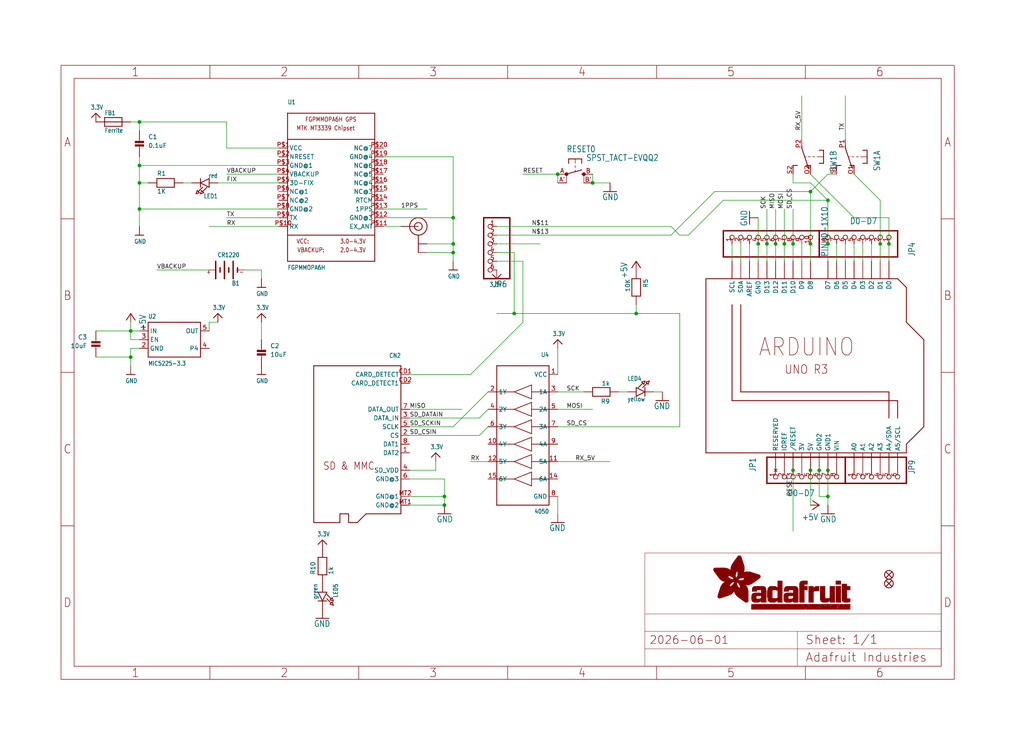
<source format=kicad_sch>
(kicad_sch (version 20230121) (generator eeschema)
  (paper "User" 298.45 217.322)
  (lib_symbols
    (symbol "working-eagle-import:+5V" (power)
      (property "Value" "+5V" (at -2.54 -5.08 90))
      (symbol "+5V_1_0"
        (pin power_in line (at 0 -2.54 90) (length 2.54) (name "+5V") (number "1"))
      )
    )
    (symbol "working-eagle-import:3.3V" (power)
      (property "Value" "3.3V" (at -1.524 3.556 0))
      (symbol "3.3V_1_0"
        (pin power_in line (at 0 0 90) (length 2.54) (name "3.3V") (number "1"))
      )
    )
    (symbol "working-eagle-import:74HC4050D"
      (property "Reference" "U" (at -7.62 22.86 0))
      (symbol "74HC4050D_1_0"
        (pin bidirectional line (at -10.16 17.78 0) (length 2.54) (name "VCC") (number "1"))
        (pin bidirectional line (at 10.16 -2.54 180) (length 2.54) (name "4Y") (number "10"))
        (pin bidirectional line (at -10.16 -7.62 0) (length 2.54) (name "5A") (number "11"))
        (pin bidirectional line (at 10.16 -7.62 180) (length 2.54) (name "5Y") (number "12"))
        (pin bidirectional line (at -10.16 -12.7 0) (length 2.54) (name "6A") (number "14"))
        (pin bidirectional line (at 10.16 -12.7 180) (length 2.54) (name "6Y") (number "15"))
        (pin bidirectional line (at 10.16 12.7 180) (length 2.54) (name "1Y") (number "2"))
        (pin bidirectional line (at -10.16 12.7 0) (length 2.54) (name "1A") (number "3"))
        (pin bidirectional line (at 10.16 7.62 180) (length 2.54) (name "2Y") (number "4"))
        (pin bidirectional line (at -10.16 7.62 0) (length 2.54) (name "2A") (number "5"))
        (pin bidirectional line (at 10.16 2.54 180) (length 2.54) (name "3Y") (number "6"))
        (pin bidirectional line (at -10.16 2.54 0) (length 2.54) (name "3A") (number "7"))
        (pin bidirectional line (at -10.16 -17.78 0) (length 2.54) (name "GND") (number "8"))
        (pin bidirectional line (at -10.16 -2.54 0) (length 2.54) (name "4A") (number "9"))
      )
    )
    (symbol "working-eagle-import:ARDUINOR3-DIMENSION"
      (symbol "ARDUINOR3-DIMENSION_1_0"
        (text "ARDUINO" (at -17.78 2.54 0) (effects (font (size 5.08 4.318)) (justify left bottom)))
        (text "UNO R3" (at -10.16 -2.54 0) (effects (font (size 2.54 2.159)) (justify left bottom)))
        (pin power_in line (at -5.08 -30.48 90) (length 5.08) (name "3V") (number "3V"))
        (pin power_in line (at -2.54 -30.48 90) (length 5.08) (name "5V") (number "5V"))
        (pin bidirectional line (at 10.16 -30.48 90) (length 5.08) (name "A0") (number "A0"))
        (pin bidirectional line (at 12.7 -30.48 90) (length 5.08) (name "A1") (number "A1"))
        (pin bidirectional line (at 15.24 -30.48 90) (length 5.08) (name "A2") (number "A2"))
        (pin bidirectional line (at 17.78 -30.48 90) (length 5.08) (name "A3") (number "A3"))
        (pin bidirectional line (at 20.32 -30.48 90) (length 5.08) (name "A4/SDA") (number "A4"))
        (pin bidirectional line (at 22.86 -30.48 90) (length 5.08) (name "A5/SCL") (number "A5"))
        (pin bidirectional line (at -20.32 30.48 270) (length 5.08) (name "AREF") (number "AREF"))
        (pin bidirectional line (at 20.32 30.48 270) (length 5.08) (name "D0") (number "D0"))
        (pin bidirectional line (at 17.78 30.48 270) (length 5.08) (name "D1") (number "D1"))
        (pin bidirectional line (at -7.62 30.48 270) (length 5.08) (name "D10") (number "D10"))
        (pin bidirectional line (at -10.16 30.48 270) (length 5.08) (name "D11") (number "D11"))
        (pin bidirectional line (at -12.7 30.48 270) (length 5.08) (name "D12") (number "D12"))
        (pin bidirectional line (at -15.24 30.48 270) (length 5.08) (name "D13") (number "D13"))
        (pin bidirectional line (at 15.24 30.48 270) (length 5.08) (name "D2") (number "D2"))
        (pin bidirectional line (at 12.7 30.48 270) (length 5.08) (name "D3") (number "D3"))
        (pin bidirectional line (at 10.16 30.48 270) (length 5.08) (name "D4") (number "D4"))
        (pin bidirectional line (at 7.62 30.48 270) (length 5.08) (name "D5") (number "D5"))
        (pin bidirectional line (at 5.08 30.48 270) (length 5.08) (name "D6") (number "D6"))
        (pin bidirectional line (at 2.54 30.48 270) (length 5.08) (name "D7") (number "D7"))
        (pin bidirectional line (at -2.54 30.48 270) (length 5.08) (name "D8") (number "D8"))
        (pin bidirectional line (at -5.08 30.48 270) (length 5.08) (name "D9") (number "D9"))
        (pin power_in line (at -17.78 30.48 270) (length 5.08) (name "GND") (number "GND"))
        (pin power_in line (at 2.54 -30.48 90) (length 5.08) (name "GND1") (number "GND1"))
        (pin power_in line (at 0 -30.48 90) (length 5.08) (name "GND2") (number "GND2"))
        (pin output line (at -10.16 -30.48 90) (length 5.08) (name "IOREF") (number "IOREF"))
        (pin no_connect line (at -12.7 -30.48 90) (length 5.08) (name "RESERVED") (number "RESERVED"))
        (pin bidirectional line (at -7.62 -30.48 90) (length 5.08) (name "/RESET") (number "RESET"))
        (pin bidirectional line (at -25.4 30.48 270) (length 5.08) (name "SCL") (number "SCL"))
        (pin bidirectional line (at -22.86 30.48 270) (length 5.08) (name "SDA") (number "SDA"))
        (pin power_in line (at 5.08 -30.48 90) (length 5.08) (name "VIN") (number "VIN"))
      )
    )
    (symbol "working-eagle-import:BATTERYCR1220_SMT"
      (property "Reference" "B" (at -3.81 3.175 0))
      (symbol "BATTERYCR1220_SMT_1_0"
        (text "+" (at 4.445 1.27 0) (effects (font (size 1.27 1.0795)) (justify left bottom)))
        (text "-" (at -5.08 1.27 0) (effects (font (size 1.27 1.0795)) (justify left bottom)))
        (pin passive line (at 5.08 0 180) (length 0) (name "+") (number "+$1"))
        (pin passive line (at -5.08 0 0) (length 0) (name "-") (number "-"))
      )
    )
    (symbol "working-eagle-import:CAP_CERAMIC0805"
      (property "Reference" "C" (at 2.54 2.54 0))
      (symbol "CAP_CERAMIC0805_1_0"
        (pin passive line (at 0 5.08 270) (length 2.54) (name "P$1") (number "1"))
        (pin passive line (at 0 -2.54 90) (length 2.54) (name "P$2") (number "2"))
      )
    )
    (symbol "working-eagle-import:DPDT-EG1390"
      (property "Reference" "SW" (at -8.255 -1.905 90))
      (symbol "DPDT-EG1390_1_0"
        (pin passive line (at -2.54 5.08 270) (length 2.54) (name "O") (number "O1"))
        (pin passive line (at 0 -5.08 90) (length 2.54) (name "P") (number "P1"))
        (pin passive line (at 2.54 5.08 270) (length 2.54) (name "S") (number "S1"))
      )
      (symbol "DPDT-EG1390_2_0"
        (pin passive line (at -2.54 5.08 270) (length 2.54) (name "O") (number "O2"))
        (pin passive line (at 0 -5.08 90) (length 2.54) (name "P") (number "P2"))
        (pin passive line (at 2.54 5.08 270) (length 2.54) (name "S") (number "S2"))
      )
    )
    (symbol "working-eagle-import:FERRITE0805"
      (property "Reference" "FB" (at -2.54 1.905 0))
      (symbol "FERRITE0805_1_0"
        (pin bidirectional line (at -5.08 0 0) (length 2.54) (name "P$1") (number "1"))
        (pin bidirectional line (at 5.08 0 180) (length 2.54) (name "P$2") (number "2"))
      )
    )
    (symbol "working-eagle-import:FIDUCIAL{dblquote}{dblquote}")
    (symbol "working-eagle-import:FRAME_A4_ADAFRUIT"
      (symbol "FRAME_A4_ADAFRUIT_1_0"
        (text "${#}/${##}" (at 230.505 10.16 0) (effects (font (size 2.54 2.54)) (justify left bottom)))
        (text "${CURRENT_DATE}" (at 171.45 10.16 0) (effects (font (size 2.286 2.286)) (justify left bottom)))
        (text "${PROJECTNAME}" (at 171.45 15.24 0) (effects (font (size 2.54 2.54)) (justify left bottom)))
        (text "1" (at 21.6958 1.905 0) (effects (font (size 2.54 2.286))))
        (text "1" (at 21.6958 177.165 0) (effects (font (size 2.54 2.286))))
        (text "2" (at 65.0875 1.905 0) (effects (font (size 2.54 2.286))))
        (text "2" (at 65.0875 177.165 0) (effects (font (size 2.54 2.286))))
        (text "3" (at 108.4792 1.905 0) (effects (font (size 2.54 2.286))))
        (text "3" (at 108.4792 177.165 0) (effects (font (size 2.54 2.286))))
        (text "4" (at 151.8708 1.905 0) (effects (font (size 2.54 2.286))))
        (text "4" (at 151.8708 177.165 0) (effects (font (size 2.54 2.286))))
        (text "5" (at 195.2625 1.905 0) (effects (font (size 2.54 2.286))))
        (text "5" (at 195.2625 177.165 0) (effects (font (size 2.54 2.286))))
        (text "6" (at 238.6542 1.905 0) (effects (font (size 2.54 2.286))))
        (text "6" (at 238.6542 177.165 0) (effects (font (size 2.54 2.286))))
        (text "A" (at 1.905 156.6863 0) (effects (font (size 2.54 2.286))))
        (text "A" (at 258.445 156.6863 0) (effects (font (size 2.54 2.286))))
        (text "Adafruit Industries" (at 216.916 4.953 0) (effects (font (size 2.54 2.54)) (justify left bottom)))
        (text "B" (at 1.905 111.9188 0) (effects (font (size 2.54 2.286))))
        (text "B" (at 258.445 111.9188 0) (effects (font (size 2.54 2.286))))
        (text "C" (at 1.905 67.1513 0) (effects (font (size 2.54 2.286))))
        (text "C" (at 258.445 67.1513 0) (effects (font (size 2.54 2.286))))
        (text "D" (at 1.905 22.3838 0) (effects (font (size 2.54 2.286))))
        (text "D" (at 258.445 22.3838 0) (effects (font (size 2.54 2.286))))
        (text "Sheet:" (at 216.916 10.033 0) (effects (font (size 2.54 2.54)) (justify left bottom)))
      )
    )
    (symbol "working-eagle-import:GND" (power)
      (property "Value" "GND" (at -1.524 -2.54 0))
      (symbol "GND_1_0"
        (pin power_in line (at 0 2.54 270) (length 2.54) (name "GND") (number "1"))
      )
    )
    (symbol "working-eagle-import:GPS_FGPMMOPA6H"
      (property "Reference" "U" (at -12.7 22.86 0))
      (symbol "GPS_FGPMMOPA6H_1_0"
        (text "2.0-4.3V" (at 2.54 -20.32 0) (effects (font (size 1.27 1.0795)) (justify left bottom)))
        (text "3.0-4.3V" (at 2.54 -17.78 0) (effects (font (size 1.27 1.0795)) (justify left bottom)))
        (text "FGPMMOPA6H GPS" (at -7.62 17.78 0) (effects (font (size 1.27 1.0795)) (justify left bottom)))
        (text "MTK MT3339 Chipset" (at -10.16 15.24 0) (effects (font (size 1.27 1.0795)) (justify left bottom)))
        (text "VBACKUP:" (at -9.906 -20.32 0) (effects (font (size 1.27 1.0795)) (justify left bottom)))
        (text "VCC:" (at -10.16 -17.78 0) (effects (font (size 1.27 1.0795)) (justify left bottom)))
        (pin bidirectional line (at -15.24 10.16 0) (length 2.54) (name "VCC") (number "P$1"))
        (pin bidirectional line (at -15.24 -12.7 0) (length 2.54) (name "RX") (number "P$10"))
        (pin bidirectional line (at 15.24 -12.7 180) (length 2.54) (name "EX_ANT") (number "P$11"))
        (pin bidirectional line (at 15.24 -10.16 180) (length 2.54) (name "GND@3") (number "P$12"))
        (pin bidirectional line (at 15.24 -7.62 180) (length 2.54) (name "1PPS") (number "P$13"))
        (pin bidirectional line (at 15.24 -5.08 180) (length 2.54) (name "RTCM") (number "P$14"))
        (pin bidirectional line (at 15.24 -2.54 180) (length 2.54) (name "NC@3") (number "P$15"))
        (pin bidirectional line (at 15.24 0 180) (length 2.54) (name "NC@4") (number "P$16"))
        (pin bidirectional line (at 15.24 2.54 180) (length 2.54) (name "NC@5") (number "P$17"))
        (pin bidirectional line (at 15.24 5.08 180) (length 2.54) (name "NC@6") (number "P$18"))
        (pin bidirectional line (at 15.24 7.62 180) (length 2.54) (name "GND@4") (number "P$19"))
        (pin bidirectional line (at -15.24 7.62 0) (length 2.54) (name "NRESET") (number "P$2"))
        (pin bidirectional line (at 15.24 10.16 180) (length 2.54) (name "NC@7") (number "P$20"))
        (pin bidirectional line (at -15.24 5.08 0) (length 2.54) (name "GND@1") (number "P$3"))
        (pin bidirectional line (at -15.24 2.54 0) (length 2.54) (name "VBACKUP") (number "P$4"))
        (pin bidirectional line (at -15.24 0 0) (length 2.54) (name "3D-FIX") (number "P$5"))
        (pin bidirectional line (at -15.24 -2.54 0) (length 2.54) (name "NC@1") (number "P$6"))
        (pin bidirectional line (at -15.24 -5.08 0) (length 2.54) (name "NC@2") (number "P$7"))
        (pin bidirectional line (at -15.24 -7.62 0) (length 2.54) (name "GND@2") (number "P$8"))
        (pin bidirectional line (at -15.24 -10.16 0) (length 2.54) (name "TX") (number "P$9"))
      )
    )
    (symbol "working-eagle-import:LED0805"
      (property "Reference" "LED" (at -5.08 3.175 0))
      (symbol "LED0805_1_0"
        (pin passive line (at -5.08 0 0) (length 2.54) (name "A") (number "A"))
        (pin passive line (at 2.54 0 180) (length 2.54) (name "C") (number "C"))
      )
    )
    (symbol "working-eagle-import:MICROSD"
      (property "Reference" "CN" (at -12.7 22.606 0))
      (symbol "MICROSD_1_0"
        (text "SD & MMC" (at -5.08 -10.16 0) (effects (font (size 2.1844 1.8567)) (justify left bottom)))
        (pin bidirectional line (at -15.24 -5.08 0) (length 2.54) (name "DAT2") (number "1"))
        (pin input line (at -15.24 0 0) (length 2.54) (name "CS") (number "2"))
        (pin input line (at -15.24 5.08 0) (length 2.54) (name "DATA_IN") (number "3"))
        (pin power_in line (at -15.24 -10.16 0) (length 2.54) (name "SD_VDD") (number "4"))
        (pin input line (at -15.24 2.54 0) (length 2.54) (name "SCLK") (number "5"))
        (pin power_in line (at -15.24 -12.7 0) (length 2.54) (name "GND@3") (number "6"))
        (pin output line (at -15.24 7.62 0) (length 2.54) (name "DATA_OUT") (number "7"))
        (pin bidirectional line (at -15.24 -2.54 0) (length 2.54) (name "DAT1") (number "8"))
        (pin passive line (at -15.24 17.78 0) (length 2.54) (name "CARD_DETECT") (number "CD1"))
        (pin passive line (at -15.24 15.24 0) (length 2.54) (name "CARD_DETECT1") (number "CD2"))
        (pin power_in line (at -15.24 -20.32 0) (length 2.54) (name "GND@2") (number "MT1"))
        (pin power_in line (at -15.24 -17.78 0) (length 2.54) (name "GND@1") (number "MT2"))
      )
    )
    (symbol "working-eagle-import:PINHD-1X10"
      (symbol "PINHD-1X10_1_0"
        (pin passive inverted (at -2.54 10.16 0) (length 2.54) (name "1") (number "1"))
        (pin passive inverted (at -2.54 -12.7 0) (length 2.54) (name "10") (number "10"))
        (pin passive inverted (at -2.54 7.62 0) (length 2.54) (name "2") (number "2"))
        (pin passive inverted (at -2.54 5.08 0) (length 2.54) (name "3") (number "3"))
        (pin passive inverted (at -2.54 2.54 0) (length 2.54) (name "4") (number "4"))
        (pin passive inverted (at -2.54 0 0) (length 2.54) (name "5") (number "5"))
        (pin passive inverted (at -2.54 -2.54 0) (length 2.54) (name "6") (number "6"))
        (pin passive inverted (at -2.54 -5.08 0) (length 2.54) (name "7") (number "7"))
        (pin passive inverted (at -2.54 -7.62 0) (length 2.54) (name "8") (number "8"))
        (pin passive inverted (at -2.54 -10.16 0) (length 2.54) (name "9") (number "9"))
      )
    )
    (symbol "working-eagle-import:PINHD-1X6B"
      (property "Reference" "JP" (at -6.35 10.795 0))
      (symbol "PINHD-1X6B_1_0"
        (pin passive inverted (at -2.54 7.62 0) (length 2.54) (name "1") (number "1"))
        (pin passive inverted (at -2.54 5.08 0) (length 2.54) (name "2") (number "2"))
        (pin passive inverted (at -2.54 2.54 0) (length 2.54) (name "3") (number "3"))
        (pin passive inverted (at -2.54 0 0) (length 2.54) (name "4") (number "4"))
        (pin passive inverted (at -2.54 -2.54 0) (length 2.54) (name "5") (number "5"))
        (pin passive inverted (at -2.54 -5.08 0) (length 2.54) (name "6") (number "6"))
      )
    )
    (symbol "working-eagle-import:PINHD-1X8BIG"
      (property "Reference" "JP" (at -6.35 10.795 0))
      (symbol "PINHD-1X8BIG_1_0"
        (pin passive inverted (at -2.54 7.62 0) (length 2.54) (name "1") (number "1"))
        (pin passive inverted (at -2.54 5.08 0) (length 2.54) (name "2") (number "2"))
        (pin passive inverted (at -2.54 2.54 0) (length 2.54) (name "3") (number "3"))
        (pin passive inverted (at -2.54 0 0) (length 2.54) (name "4") (number "4"))
        (pin passive inverted (at -2.54 -2.54 0) (length 2.54) (name "5") (number "5"))
        (pin passive inverted (at -2.54 -5.08 0) (length 2.54) (name "6") (number "6"))
        (pin passive inverted (at -2.54 -7.62 0) (length 2.54) (name "7") (number "7"))
        (pin passive inverted (at -2.54 -10.16 0) (length 2.54) (name "8") (number "8"))
      )
    )
    (symbol "working-eagle-import:RESISTOR0805"
      (property "Reference" "R" (at -2.54 2.032 0))
      (symbol "RESISTOR0805_1_0"
        (pin passive line (at -5.08 0 0) (length 2.54) (name "1") (number "1"))
        (pin passive line (at 5.08 0 180) (length 2.54) (name "2") (number "2"))
      )
    )
    (symbol "working-eagle-import:SPST_TACT-EVQQ2"
      (property "Reference" "SW" (at -6.35 -2.54 90))
      (symbol "SPST_TACT-EVQQ2_1_0"
        (pin passive line (at 0 -5.08 90) (length 2.54) (name "P") (number "A"))
        (pin passive line (at 2.54 -5.08 90) (length 2.54) (name "P1") (number "A'"))
        (pin passive line (at 0 5.08 270) (length 2.54) (name "S") (number "B"))
        (pin passive line (at 2.54 5.08 270) (length 2.54) (name "S1") (number "B'"))
      )
    )
    (symbol "working-eagle-import:U.FL"
      (symbol "U.FL_1_0"
        (pin bidirectional line (at -2.54 -5.08 0) (length 2.54) (name "GND@0") (number "P$1"))
        (pin bidirectional line (at -2.54 -7.62 0) (length 2.54) (name "GND@1") (number "P$2"))
        (pin bidirectional line (at 5.08 0 180) (length 5.08) (name "SIGNAL") (number "P$3"))
      )
    )
    (symbol "working-eagle-import:VREG_SOT23-5"
      (property "Reference" "U" (at -7.62 6.096 0))
      (symbol "VREG_SOT23-5_1_0"
        (pin bidirectional line (at -10.16 2.54 0) (length 2.54) (name "IN") (number "1"))
        (pin bidirectional line (at -10.16 -2.54 0) (length 2.54) (name "GND") (number "2"))
        (pin bidirectional line (at -10.16 0 0) (length 2.54) (name "EN") (number "3"))
        (pin bidirectional line (at 10.16 -2.54 180) (length 2.54) (name "P4") (number "4"))
        (pin bidirectional line (at 10.16 2.54 180) (length 2.54) (name "OUT") (number "5"))
      )
    )
    (symbol "working-eagle-import:supply1_GND" (power)
      (property "Value" "supply1_GND" (at -2.54 -2.54 0))
      (symbol "supply1_GND_1_0"
        (pin power_in line (at 0 2.54 270) (length 2.54) (name "GND") (number "1"))
      )
    )
  )
  (junction (at 129.54 144.78))
  (junction (at 132.08 71.12))
  (junction (at 40.64 53.34))
  (junction (at 132.08 63.5))
  (junction (at 226.06 71.12))
  (junction (at 231.14 71.12))
  (junction (at 220.98 71.12))
  (junction (at 149.86 91.44))
  (junction (at 236.22 55.88))
  (junction (at 40.64 48.26))
  (junction (at 40.64 60.96))
  (junction (at 241.3 71.12))
  (junction (at 162.56 50.8))
  (junction (at 185.42 91.44))
  (junction (at 236.22 137.16))
  (junction (at 38.1 104.14))
  (junction (at 40.64 35.56))
  (junction (at 236.22 71.12))
  (junction (at 241.3 144.78))
  (junction (at 241.3 137.16))
  (junction (at 259.08 71.12))
  (junction (at 256.54 71.12))
  (junction (at 38.1 96.52))
  (junction (at 231.14 137.16))
  (junction (at 238.76 137.16))
  (junction (at 241.3 58.42))
  (junction (at 129.54 147.32))
  (junction (at 132.08 73.66))
  (junction (at 172.72 53.34))
  (junction (at 223.52 71.12))
  (junction (at 228.6 71.12))
  (wire (pts (xy 223.52 71.12) (xy 223.52 76.2)) (stroke (width 0.1524)))
  (wire (pts (xy 119.38 121.92) (xy 139.7 121.92)) (stroke (width 0.1524)))
  (wire (pts (xy 228.6 71.12) (xy 228.6 76.2)) (stroke (width 0.1524)))
  (wire (pts (xy 195.58 66.04) (xy 198.12 68.58)) (stroke (width 0.1524)))
  (wire (pts (xy 231.14 137.16) (xy 231.14 154.94)) (stroke (width 0.1524)))
  (wire (pts (xy 185.42 91.44) (xy 149.86 91.44)) (stroke (width 0.1524)))
  (wire (pts (xy 40.64 35.56) (xy 38.1 35.56)) (stroke (width 0.1524)))
  (wire (pts (xy 76.2 93.98) (xy 76.2 99.06)) (stroke (width 0.1524)))
  (wire (pts (xy 200.66 68.58) (xy 210.82 58.42)) (stroke (width 0.1524)))
  (wire (pts (xy 76.2 78.74) (xy 76.2 81.28)) (stroke (width 0.1524)))
  (wire (pts (xy 259.08 63.5) (xy 259.08 71.12)) (stroke (width 0.1524)))
  (wire (pts (xy 256.54 58.42) (xy 256.54 71.12)) (stroke (width 0.1524)))
  (wire (pts (xy 152.4 93.98) (xy 152.4 76.2)) (stroke (width 0.1524)))
  (wire (pts (xy 251.46 71.12) (xy 251.46 76.2)) (stroke (width 0.1524)))
  (wire (pts (xy 119.38 109.22) (xy 137.16 109.22)) (stroke (width 0.1524)))
  (wire (pts (xy 139.7 127) (xy 142.24 124.46)) (stroke (width 0.1524)))
  (wire (pts (xy 198.12 91.44) (xy 185.42 91.44)) (stroke (width 0.1524)))
  (wire (pts (xy 241.3 144.78) (xy 241.3 147.32)) (stroke (width 0.1524)))
  (wire (pts (xy 60.96 93.98) (xy 63.5 93.98)) (stroke (width 0.1524)))
  (wire (pts (xy 38.1 96.52) (xy 38.1 99.06)) (stroke (width 0.1524)))
  (wire (pts (xy 236.22 55.88) (xy 236.22 71.12)) (stroke (width 0.1524)))
  (wire (pts (xy 127 137.16) (xy 119.38 137.16)) (stroke (width 0.1524)))
  (wire (pts (xy 40.64 45.72) (xy 40.64 48.26)) (stroke (width 0.1524)))
  (wire (pts (xy 55.88 53.34) (xy 53.34 53.34)) (stroke (width 0.1524)))
  (wire (pts (xy 132.08 73.66) (xy 132.08 76.2)) (stroke (width 0.1524)))
  (wire (pts (xy 81.28 66.04) (xy 60.96 66.04)) (stroke (width 0.1524)))
  (wire (pts (xy 256.54 71.12) (xy 256.54 76.2)) (stroke (width 0.1524)))
  (wire (pts (xy 162.56 124.46) (xy 198.12 124.46)) (stroke (width 0.1524)))
  (wire (pts (xy 241.3 50.8) (xy 236.22 55.88)) (stroke (width 0.1524)))
  (wire (pts (xy 238.76 144.78) (xy 241.3 144.78)) (stroke (width 0.1524)))
  (wire (pts (xy 38.1 96.52) (xy 27.94 96.52)) (stroke (width 0.1524)))
  (wire (pts (xy 40.64 99.06) (xy 38.1 99.06)) (stroke (width 0.1524)))
  (wire (pts (xy 172.72 53.34) (xy 177.8 53.34)) (stroke (width 0.1524)))
  (wire (pts (xy 231.14 50.8) (xy 231.14 53.34)) (stroke (width 0.1524)))
  (wire (pts (xy 81.28 63.5) (xy 66.04 63.5)) (stroke (width 0.1524)))
  (wire (pts (xy 40.64 60.96) (xy 40.64 66.04)) (stroke (width 0.1524)))
  (wire (pts (xy 220.98 71.12) (xy 220.98 63.5)) (stroke (width 0.1524)))
  (wire (pts (xy 132.08 124.46) (xy 119.38 124.46)) (stroke (width 0.1524)))
  (wire (pts (xy 238.76 144.78) (xy 238.76 137.16)) (stroke (width 0.1524)))
  (wire (pts (xy 233.68 40.64) (xy 233.68 27.94)) (stroke (width 0.1524)))
  (wire (pts (xy 241.3 58.42) (xy 241.3 71.12)) (stroke (width 0.1524)))
  (wire (pts (xy 132.08 63.5) (xy 132.08 71.12)) (stroke (width 0.1524)))
  (wire (pts (xy 142.24 134.62) (xy 137.16 134.62)) (stroke (width 0.1524)))
  (wire (pts (xy 243.84 50.8) (xy 241.3 50.8)) (stroke (width 0.1524)))
  (wire (pts (xy 185.42 88.9) (xy 185.42 91.44)) (stroke (width 0.1524)))
  (wire (pts (xy 246.38 40.64) (xy 246.38 27.94)) (stroke (width 0.1524)))
  (wire (pts (xy 231.14 53.34) (xy 236.22 53.34)) (stroke (width 0.1524)))
  (wire (pts (xy 213.36 71.12) (xy 213.36 76.2)) (stroke (width 0.1524)))
  (wire (pts (xy 40.64 38.1) (xy 40.64 35.56)) (stroke (width 0.1524)))
  (wire (pts (xy 162.56 149.86) (xy 162.56 144.78)) (stroke (width 0.1524)))
  (wire (pts (xy 162.56 114.3) (xy 170.18 114.3)) (stroke (width 0.1524)))
  (wire (pts (xy 60.96 78.74) (xy 45.72 78.74)) (stroke (width 0.1524)))
  (wire (pts (xy 40.64 101.6) (xy 38.1 101.6)) (stroke (width 0.1524)))
  (wire (pts (xy 139.7 121.92) (xy 142.24 119.38)) (stroke (width 0.1524)))
  (wire (pts (xy 38.1 101.6) (xy 38.1 104.14)) (stroke (width 0.1524)))
  (wire (pts (xy 254 71.12) (xy 254 76.2)) (stroke (width 0.1524)))
  (wire (pts (xy 111.76 60.96) (xy 124.46 60.96)) (stroke (width 0.1524)))
  (wire (pts (xy 259.08 71.12) (xy 259.08 76.2)) (stroke (width 0.1524)))
  (wire (pts (xy 248.92 71.12) (xy 248.92 76.2)) (stroke (width 0.1524)))
  (wire (pts (xy 81.28 53.34) (xy 63.5 53.34)) (stroke (width 0.1524)))
  (wire (pts (xy 111.76 45.72) (xy 132.08 45.72)) (stroke (width 0.1524)))
  (wire (pts (xy 149.86 73.66) (xy 149.86 91.44)) (stroke (width 0.1524)))
  (wire (pts (xy 226.06 71.12) (xy 226.06 76.2)) (stroke (width 0.1524)))
  (wire (pts (xy 241.3 71.12) (xy 241.3 76.2)) (stroke (width 0.1524)))
  (wire (pts (xy 228.6 60.96) (xy 228.6 71.12)) (stroke (width 0.1524)))
  (wire (pts (xy 66.04 43.18) (xy 66.04 35.56)) (stroke (width 0.1524)))
  (wire (pts (xy 236.22 53.34) (xy 241.3 58.42)) (stroke (width 0.1524)))
  (wire (pts (xy 231.14 71.12) (xy 231.14 60.96)) (stroke (width 0.1524)))
  (wire (pts (xy 144.78 66.04) (xy 195.58 66.04)) (stroke (width 0.1524)))
  (wire (pts (xy 246.38 71.12) (xy 246.38 76.2)) (stroke (width 0.1524)))
  (wire (pts (xy 43.18 53.34) (xy 40.64 53.34)) (stroke (width 0.1524)))
  (wire (pts (xy 162.56 134.62) (xy 177.8 134.62)) (stroke (width 0.1524)))
  (wire (pts (xy 144.78 71.12) (xy 157.48 71.12)) (stroke (width 0.1524)))
  (wire (pts (xy 236.22 50.8) (xy 248.92 63.5)) (stroke (width 0.1524)))
  (wire (pts (xy 40.64 35.56) (xy 66.04 35.56)) (stroke (width 0.1524)))
  (wire (pts (xy 162.56 101.6) (xy 162.56 109.22)) (stroke (width 0.1524)))
  (wire (pts (xy 119.38 147.32) (xy 129.54 147.32)) (stroke (width 0.1524)))
  (wire (pts (xy 226.06 60.96) (xy 226.06 71.12)) (stroke (width 0.1524)))
  (wire (pts (xy 172.72 50.8) (xy 172.72 53.34)) (stroke (width 0.1524)))
  (wire (pts (xy 81.28 48.26) (xy 40.64 48.26)) (stroke (width 0.1524)))
  (wire (pts (xy 119.38 127) (xy 139.7 127)) (stroke (width 0.1524)))
  (wire (pts (xy 231.14 71.12) (xy 231.14 76.2)) (stroke (width 0.1524)))
  (wire (pts (xy 111.76 66.04) (xy 116.84 66.04)) (stroke (width 0.1524)))
  (wire (pts (xy 162.56 119.38) (xy 172.72 119.38)) (stroke (width 0.1524)))
  (wire (pts (xy 129.54 139.7) (xy 129.54 144.78)) (stroke (width 0.1524)))
  (wire (pts (xy 81.28 60.96) (xy 40.64 60.96)) (stroke (width 0.1524)))
  (wire (pts (xy 81.28 43.18) (xy 66.04 43.18)) (stroke (width 0.1524)))
  (wire (pts (xy 129.54 144.78) (xy 119.38 144.78)) (stroke (width 0.1524)))
  (wire (pts (xy 129.54 147.32) (xy 129.54 144.78)) (stroke (width 0.1524)))
  (wire (pts (xy 162.56 53.34) (xy 162.56 50.8)) (stroke (width 0.1524)))
  (wire (pts (xy 180.34 114.3) (xy 182.88 114.3)) (stroke (width 0.1524)))
  (wire (pts (xy 152.4 50.8) (xy 162.56 50.8)) (stroke (width 0.1524)))
  (wire (pts (xy 241.3 144.78) (xy 241.3 137.16)) (stroke (width 0.1524)))
  (wire (pts (xy 218.44 71.12) (xy 218.44 76.2)) (stroke (width 0.1524)))
  (wire (pts (xy 233.68 71.12) (xy 233.68 76.2)) (stroke (width 0.1524)))
  (wire (pts (xy 137.16 109.22) (xy 152.4 93.98)) (stroke (width 0.1524)))
  (wire (pts (xy 248.92 63.5) (xy 259.08 63.5)) (stroke (width 0.1524)))
  (wire (pts (xy 40.64 53.34) (xy 40.64 60.96)) (stroke (width 0.1524)))
  (wire (pts (xy 40.64 48.26) (xy 40.64 53.34)) (stroke (width 0.1524)))
  (wire (pts (xy 38.1 104.14) (xy 38.1 106.68)) (stroke (width 0.1524)))
  (wire (pts (xy 195.58 68.58) (xy 144.78 68.58)) (stroke (width 0.1524)))
  (wire (pts (xy 220.98 71.12) (xy 220.98 76.2)) (stroke (width 0.1524)))
  (wire (pts (xy 195.58 68.58) (xy 208.28 55.88)) (stroke (width 0.1524)))
  (wire (pts (xy 190.5 114.3) (xy 193.04 114.3)) (stroke (width 0.1524)))
  (wire (pts (xy 149.86 91.44) (xy 144.78 91.44)) (stroke (width 0.1524)))
  (wire (pts (xy 215.9 71.12) (xy 215.9 76.2)) (stroke (width 0.1524)))
  (wire (pts (xy 40.64 96.52) (xy 38.1 96.52)) (stroke (width 0.1524)))
  (wire (pts (xy 132.08 45.72) (xy 132.08 63.5)) (stroke (width 0.1524)))
  (wire (pts (xy 132.08 71.12) (xy 132.08 73.66)) (stroke (width 0.1524)))
  (wire (pts (xy 71.12 78.74) (xy 76.2 78.74)) (stroke (width 0.1524)))
  (wire (pts (xy 198.12 124.46) (xy 198.12 91.44)) (stroke (width 0.1524)))
  (wire (pts (xy 210.82 58.42) (xy 241.3 58.42)) (stroke (width 0.1524)))
  (wire (pts (xy 27.94 104.14) (xy 38.1 104.14)) (stroke (width 0.1524)))
  (wire (pts (xy 198.12 68.58) (xy 200.66 68.58)) (stroke (width 0.1524)))
  (wire (pts (xy 144.78 76.2) (xy 152.4 76.2)) (stroke (width 0.1524)))
  (wire (pts (xy 124.46 71.12) (xy 132.08 71.12)) (stroke (width 0.1524)))
  (wire (pts (xy 208.28 55.88) (xy 236.22 55.88)) (stroke (width 0.1524)))
  (wire (pts (xy 149.86 73.66) (xy 144.78 73.66)) (stroke (width 0.1524)))
  (wire (pts (xy 236.22 71.12) (xy 236.22 76.2)) (stroke (width 0.1524)))
  (wire (pts (xy 243.84 71.12) (xy 243.84 76.2)) (stroke (width 0.1524)))
  (wire (pts (xy 132.08 124.46) (xy 142.24 114.3)) (stroke (width 0.1524)))
  (wire (pts (xy 127 134.62) (xy 127 137.16)) (stroke (width 0.1524)))
  (wire (pts (xy 124.46 73.66) (xy 132.08 73.66)) (stroke (width 0.1524)))
  (wire (pts (xy 111.76 63.5) (xy 132.08 63.5)) (stroke (width 0.1524)))
  (wire (pts (xy 38.1 96.52) (xy 38.1 93.98)) (stroke (width 0.1524)))
  (wire (pts (xy 236.22 147.32) (xy 236.22 137.16)) (stroke (width 0.1524)))
  (wire (pts (xy 119.38 139.7) (xy 129.54 139.7)) (stroke (width 0.1524)))
  (wire (pts (xy 223.52 71.12) (xy 223.52 60.96)) (stroke (width 0.1524)))
  (wire (pts (xy 248.92 50.8) (xy 256.54 58.42)) (stroke (width 0.1524)))
  (wire (pts (xy 119.38 119.38) (xy 134.62 119.38)) (stroke (width 0.1524)))
  (wire (pts (xy 60.96 96.52) (xy 60.96 93.98)) (stroke (width 0.1524)))
  (wire (pts (xy 81.28 50.8) (xy 66.04 50.8)) (stroke (width 0.1524)))
  (label "SCK" (at 223.52 60.96 90) (effects (font (size 1.2446 1.2446))))
  (label "MOSI" (at 228.6 60.96 90) (effects (font (size 1.2446 1.2446))))
  (label "RESET" (at 231.14 144.78 90) (effects (font (size 1.2446 1.2446))))
  (label "MISO" (at 119.38 119.38 0) (effects (font (size 1.2446 1.2446))))
  (label "SD_CS" (at 165.1 124.46 0) (effects (font (size 1.2446 1.2446))))
  (label "SD_DATAIN" (at 119.38 121.92 0) (effects (font (size 1.2446 1.2446))))
  (label "VBACKUP" (at 45.72 78.74 0) (effects (font (size 1.2446 1.2446))))
  (label "RX" (at 137.16 134.62 0) (effects (font (size 1.2446 1.2446))))
  (label "SCK" (at 165.1 114.3 0) (effects (font (size 1.2446 1.2446))))
  (label "TX" (at 66.04 63.5 0) (effects (font (size 1.2446 1.2446))))
  (label "RX_5V" (at 167.64 134.62 0) (effects (font (size 1.2446 1.2446))))
  (label "SD_CSIN" (at 119.38 127 0) (effects (font (size 1.2446 1.2446))))
  (label "N$11" (at 154.94 66.04 0) (effects (font (size 1.2446 1.2446))))
  (label "FIX" (at 66.04 53.34 0) (effects (font (size 1.2446 1.2446))))
  (label "MISO" (at 226.06 60.96 90) (effects (font (size 1.2446 1.2446))))
  (label "N$13" (at 154.94 68.58 0) (effects (font (size 1.2446 1.2446))))
  (label "VBACKUP" (at 66.04 50.8 0) (effects (font (size 1.2446 1.2446))))
  (label "1PPS" (at 116.84 60.96 0) (effects (font (size 1.2446 1.2446))))
  (label "SD_CS" (at 231.14 60.96 90) (effects (font (size 1.2446 1.2446))))
  (label "RESET" (at 152.4 50.8 0) (effects (font (size 1.2446 1.2446))))
  (label "TX" (at 246.38 38.1 90) (effects (font (size 1.2446 1.2446))))
  (label "MOSI" (at 165.1 119.38 0) (effects (font (size 1.2446 1.2446))))
  (label "RX_5V" (at 233.68 38.1 90) (effects (font (size 1.2446 1.2446))))
  (label "SD_SCKIN" (at 119.38 124.46 0) (effects (font (size 1.2446 1.2446))))
  (label "RX" (at 66.04 66.04 0) (effects (font (size 1.2446 1.2446))))
  (symbol (lib_id "working-eagle-import:PINHD-1X6B") (at 256.54 139.7 90) (mirror x) (unit 1)
    (property "Reference" "JP9" (at 264.795 138.43 0) (effects (font (size 1.778 1.5113)) (justify right top)))
    (property "Value" "PINHD-1X6B" (effects hide))
    (property "Footprint" "working:1X06-BIG" (effects hide))
  )
  (symbol (lib_id "working-eagle-import:PINHD-1X6B") (at 142.24 73.66 0) (mirror y) (unit 1)
    (property "Reference" "JP6" (at 143.51 81.915 0) (effects (font (size 1.778 1.5113)) (justify right top)))
    (property "Value" "PINHD-1X6B" (effects hide))
    (property "Footprint" "working:1X06-BIG" (effects hide))
  )
  (symbol (lib_id "working-eagle-import:VREG_SOT23-5") (at 50.8 99.06 0) (unit 1)
    (property "Reference" "U2" (at 43.18 92.964 0) (effects (font (size 1.27 1.0795)) (justify left bottom)))
    (property "Value" "MIC5225-3.3" (at 43.18 106.68 0) (effects (font (size 1.27 1.0795)) (justify left bottom)))
    (property "Footprint" "working:SOT23-5" (effects hide))
  )
  (symbol (lib_id "working-eagle-import:supply1_GND") (at 93.98 180.34 0) (unit 1)
    (property "Reference" "#GND4" (effects hide))
    (property "Value" "GND" (at 91.44 182.88 0) (effects (font (size 1.778 1.5113)) (justify left bottom)))
  )
  (symbol (lib_id "working-eagle-import:LED0805") (at 93.98 175.26 270) (unit 1)
    (property "Reference" "LED5" (at 97.155 170.18 0) (effects (font (size 1.27 1.0795)) (justify left bottom)))
    (property "Value" "green" (at 91.186 170.18 0) (effects (font (size 1.27 1.0795)) (justify left bottom)))
    (property "Footprint" "working:CHIPLED_0805" (effects hide))
  )
  (symbol (lib_id "working-eagle-import:supply1_GND") (at 193.04 116.84 0) (unit 1)
    (property "Reference" "#GND11" (effects hide))
    (property "Value" "GND" (at 190.5 119.38 0) (effects (font (size 1.778 1.5113)) (justify left bottom)))
  )
  (symbol (lib_id "working-eagle-import:GND") (at 40.64 68.58 0) (unit 1)
    (property "Reference" "#U$2" (effects hide))
    (property "Value" "GND" (at 39.116 71.12 0) (effects (font (size 1.27 1.0795)) (justify left bottom)))
  )
  (symbol (lib_id "working-eagle-import:3.3V") (at 27.94 35.56 0) (unit 1)
    (property "Reference" "#U$4" (effects hide))
    (property "Value" "3.3V" (at 26.416 32.004 0) (effects (font (size 1.27 1.0795)) (justify left bottom)))
  )
  (symbol (lib_id "working-eagle-import:LED0805") (at 187.96 114.3 0) (unit 1)
    (property "Reference" "LED4" (at 182.88 111.125 0) (effects (font (size 1.27 1.0795)) (justify left bottom)))
    (property "Value" "yellow" (at 182.88 117.094 0) (effects (font (size 1.27 1.0795)) (justify left bottom)))
    (property "Footprint" "working:CHIPLED_0805" (effects hide))
  )
  (symbol (lib_id "working-eagle-import:BATTERYCR1220_SMT") (at 66.04 78.74 180) (unit 1)
    (property "Reference" "B1" (at 69.85 81.915 0) (effects (font (size 1.27 1.0795)) (justify left bottom)))
    (property "Value" "CR1220" (at 69.85 73.66 0) (effects (font (size 1.27 1.0795)) (justify left bottom)))
    (property "Footprint" "working:CR1220" (effects hide))
  )
  (symbol (lib_id "working-eagle-import:MICROSD") (at 104.14 127 0) (mirror y) (unit 1)
    (property "Reference" "CN2" (at 116.84 104.394 0) (effects (font (size 1.27 1.0795)) (justify left bottom)))
    (property "Value" "MICROSD" (effects hide))
    (property "Footprint" "working:MICROSD" (effects hide))
  )
  (symbol (lib_id "working-eagle-import:3.3V") (at 63.5 93.98 0) (unit 1)
    (property "Reference" "#U$8" (effects hide))
    (property "Value" "3.3V" (at 61.976 90.424 0) (effects (font (size 1.27 1.0795)) (justify left bottom)))
  )
  (symbol (lib_id "working-eagle-import:74HC4050D") (at 152.4 127 0) (mirror y) (unit 1)
    (property "Reference" "U4" (at 160.02 104.14 0) (effects (font (size 1.27 1.0795)) (justify left bottom)))
    (property "Value" "4050" (at 160.02 149.86 0) (effects (font (size 1.27 1.0795)) (justify left bottom)))
    (property "Footprint" "working:SOIC16" (effects hide))
  )
  (symbol (lib_id "working-eagle-import:RESISTOR0805") (at 48.26 53.34 0) (unit 1)
    (property "Reference" "R1" (at 45.72 51.308 0) (effects (justify left bottom)))
    (property "Value" "1K" (at 45.72 56.515 0) (effects (justify left bottom)))
    (property "Footprint" "working:0805" (effects hide))
  )
  (symbol (lib_id "working-eagle-import:DPDT-EG1390") (at 246.38 45.72 180) (unit 1)
    (property "Reference" "SW1" (at 254.635 43.815 90) (effects (font (size 1.778 1.5113)) (justify left bottom)))
    (property "Value" "DPDT-EG1390" (effects hide))
    (property "Footprint" "working:EG1390" (effects hide))
  )
  (symbol (lib_id "working-eagle-import:FIDUCIAL{dblquote}{dblquote}") (at 259.08 170.18 0) (unit 1)
    (property "Reference" "FID1" (effects hide))
    (property "Value" "FIDUCIAL{dblquote}{dblquote}" (effects hide))
    (property "Footprint" "working:FIDUCIAL_1MM" (effects hide))
  )
  (symbol (lib_id "working-eagle-import:ARDUINOR3-DIMENSION") (at 238.76 106.68 0) (unit 1)
    (property "Reference" "U3" (effects hide))
    (property "Value" "ARDUINOR3-DIMENSION" (effects hide))
    (property "Footprint" "working:ARDUINOR3" (effects hide))
  )
  (symbol (lib_id "working-eagle-import:GND") (at 38.1 109.22 0) (unit 1)
    (property "Reference" "#U$6" (effects hide))
    (property "Value" "GND" (at 36.576 111.76 0) (effects (font (size 1.27 1.0795)) (justify left bottom)))
  )
  (symbol (lib_id "working-eagle-import:GND") (at 76.2 109.22 0) (unit 1)
    (property "Reference" "#U$5" (effects hide))
    (property "Value" "GND" (at 74.676 111.76 0) (effects (font (size 1.27 1.0795)) (justify left bottom)))
  )
  (symbol (lib_id "working-eagle-import:3.3V") (at 93.98 160.02 0) (unit 1)
    (property "Reference" "#U$12" (effects hide))
    (property "Value" "3.3V" (at 92.456 156.464 0) (effects (font (size 1.27 1.0795)) (justify left bottom)))
  )
  (symbol (lib_id "working-eagle-import:CAP_CERAMIC0805") (at 76.2 104.14 0) (unit 1)
    (property "Reference" "C2" (at 78.74 101.6 0) (effects (justify left bottom)))
    (property "Value" "10uF" (at 78.74 104.14 0) (effects (justify left bottom)))
    (property "Footprint" "working:0805@1" (effects hide))
  )
  (symbol (lib_id "working-eagle-import:GND") (at 132.08 78.74 0) (unit 1)
    (property "Reference" "#U$19" (effects hide))
    (property "Value" "GND" (at 130.556 81.28 0) (effects (font (size 1.27 1.0795)) (justify left bottom)))
  )
  (symbol (lib_id "working-eagle-import:PINHD-1X8BIG") (at 233.68 139.7 90) (mirror x) (unit 1)
    (property "Reference" "JP1" (at 220.345 133.35 0) (effects (font (size 1.778 1.5113)) (justify left bottom)))
    (property "Value" "D0-D7" (at 237.49 144.78 90) (effects (font (size 1.778 1.5113)) (justify left bottom)))
    (property "Footprint" "working:1X08-BIG" (effects hide))
  )
  (symbol (lib_id "working-eagle-import:+5V") (at 185.42 76.2 0) (unit 1)
    (property "Reference" "#P+10" (effects hide))
    (property "Value" "+5V" (at 182.88 81.28 90) (effects (font (size 1.778 1.5113)) (justify left bottom)))
  )
  (symbol (lib_id "working-eagle-import:RESISTOR0805") (at 175.26 114.3 180) (unit 1)
    (property "Reference" "R9" (at 177.8 116.332 0) (effects (justify left bottom)))
    (property "Value" "1k" (at 177.8 111.125 0) (effects (justify left bottom)))
    (property "Footprint" "working:0805" (effects hide))
  )
  (symbol (lib_id "working-eagle-import:supply1_GND") (at 129.54 149.86 0) (mirror y) (unit 1)
    (property "Reference" "#GND12" (effects hide))
    (property "Value" "GND" (at 132.08 152.4 0) (effects (font (size 1.778 1.5113)) (justify left bottom)))
  )
  (symbol (lib_id "working-eagle-import:supply1_GND") (at 162.56 152.4 0) (unit 1)
    (property "Reference" "#GND9" (effects hide))
    (property "Value" "GND" (at 160.02 154.94 0) (effects (font (size 1.778 1.5113)) (justify left bottom)))
  )
  (symbol (lib_id "working-eagle-import:3.3V") (at 76.2 93.98 0) (unit 1)
    (property "Reference" "#U$3" (effects hide))
    (property "Value" "3.3V" (at 74.676 90.424 0) (effects (font (size 1.27 1.0795)) (justify left bottom)))
  )
  (symbol (lib_id "working-eagle-import:GPS_FGPMMOPA6H") (at 96.52 53.34 0) (unit 1)
    (property "Reference" "U1" (at 83.82 30.48 0) (effects (font (size 1.27 1.0795)) (justify left bottom)))
    (property "Value" "FGPMMOPA6H" (at 83.82 78.74 0) (effects (font (size 1.27 1.0795)) (justify left bottom)))
    (property "Footprint" "working:FGPMMOPA6H" (effects hide))
  )
  (symbol (lib_id "working-eagle-import:DPDT-EG1390") (at 233.68 45.72 180) (unit 2)
    (property "Reference" "SW1" (at 241.935 43.815 90) (effects (font (size 1.778 1.5113)) (justify left bottom)))
    (property "Value" "DPDT-EG1390" (effects hide))
    (property "Footprint" "working:EG1390" (effects hide))
  )
  (symbol (lib_id "working-eagle-import:+5V") (at 38.1 91.44 0) (mirror y) (unit 1)
    (property "Reference" "#P+2" (effects hide))
    (property "Value" "+5V" (at 40.64 96.52 90) (effects (font (size 1.778 1.5113)) (justify left bottom)))
  )
  (symbol (lib_id "working-eagle-import:3.3V") (at 144.78 78.74 180) (unit 1)
    (property "Reference" "#U$7" (effects hide))
    (property "Value" "3.3V" (at 146.304 82.296 0) (effects (font (size 1.27 1.0795)) (justify left bottom)))
  )
  (symbol (lib_id "working-eagle-import:supply1_GND") (at 218.44 63.5 270) (mirror x) (unit 1)
    (property "Reference" "#GND7" (effects hide))
    (property "Value" "GND" (at 215.9 66.04 0) (effects (font (size 1.778 1.5113)) (justify left bottom)))
  )
  (symbol (lib_id "working-eagle-import:RESISTOR0805") (at 185.42 83.82 270) (unit 1)
    (property "Reference" "R5" (at 187.452 81.28 0) (effects (justify left bottom)))
    (property "Value" "10K" (at 182.245 81.28 0) (effects (justify left bottom)))
    (property "Footprint" "working:0805" (effects hide))
  )
  (symbol (lib_id "working-eagle-import:PINHD-1X8BIG") (at 251.46 68.58 270) (mirror x) (unit 1)
    (property "Reference" "JP4" (at 264.795 74.93 0) (effects (font (size 1.778 1.5113)) (justify left bottom)))
    (property "Value" "D0-D7" (at 247.65 63.5 90) (effects (font (size 1.778 1.5113)) (justify left bottom)))
    (property "Footprint" "working:1X08-BIG" (effects hide))
  )
  (symbol (lib_id "working-eagle-import:FERRITE0805") (at 33.02 35.56 0) (unit 1)
    (property "Reference" "FB1" (at 30.48 33.655 0) (effects (font (size 1.27 1.0795)) (justify left bottom)))
    (property "Value" "Ferrite" (at 30.48 38.735 0) (effects (font (size 1.27 1.0795)) (justify left bottom)))
    (property "Footprint" "working:0805@1" (effects hide))
  )
  (symbol (lib_id "working-eagle-import:+5V") (at 238.76 147.32 270) (mirror x) (unit 1)
    (property "Reference" "#P+1" (effects hide))
    (property "Value" "+5V" (at 233.68 149.86 90) (effects (font (size 1.778 1.5113)) (justify left bottom)))
  )
  (symbol (lib_id "working-eagle-import:supply1_GND") (at 177.8 55.88 0) (mirror y) (unit 1)
    (property "Reference" "#GND2" (effects hide))
    (property "Value" "GND" (at 180.34 58.42 0) (effects (font (size 1.778 1.5113)) (justify left bottom)))
  )
  (symbol (lib_id "working-eagle-import:CAP_CERAMIC0805") (at 27.94 101.6 0) (mirror y) (unit 1)
    (property "Reference" "C3" (at 25.4 99.06 0) (effects (justify left bottom)))
    (property "Value" "10uF" (at 25.4 101.6 0) (effects (justify left bottom)))
    (property "Footprint" "working:0805@1" (effects hide))
  )
  (symbol (lib_id "working-eagle-import:supply1_GND") (at 241.3 149.86 0) (mirror y) (unit 1)
    (property "Reference" "#GND1" (effects hide))
    (property "Value" "GND" (at 243.84 152.4 0) (effects (font (size 1.778 1.5113)) (justify left bottom)))
  )
  (symbol (lib_id "working-eagle-import:FIDUCIAL{dblquote}{dblquote}") (at 259.08 167.64 0) (unit 1)
    (property "Reference" "FID2" (effects hide))
    (property "Value" "FIDUCIAL{dblquote}{dblquote}" (effects hide))
    (property "Footprint" "working:FIDUCIAL_1MM" (effects hide))
  )
  (symbol (lib_id "working-eagle-import:U.FL") (at 121.92 66.04 0) (mirror y) (unit 1)
    (property "Reference" "U$20" (effects hide))
    (property "Value" "U.FL" (effects hide))
    (property "Footprint" "working:U.FL" (effects hide))
  )
  (symbol (lib_id "working-eagle-import:SPST_TACT-EVQQ2") (at 167.64 50.8 270) (unit 1)
    (property "Reference" "RESET0" (at 165.1 44.45 90) (effects (font (size 1.778 1.5113)) (justify left bottom)))
    (property "Value" "SPST_TACT-EVQQ2" (at 170.815 46.99 90) (effects (font (size 1.778 1.5113)) (justify left bottom)))
    (property "Footprint" "working:EVQ-Q2" (effects hide))
  )
  (symbol (lib_id "working-eagle-import:CAP_CERAMIC0805") (at 40.64 43.18 0) (unit 1)
    (property "Reference" "C1" (at 43.18 40.64 0) (effects (justify left bottom)))
    (property "Value" "0.1uF" (at 43.18 43.18 0) (effects (justify left bottom)))
    (property "Footprint" "working:0805@1" (effects hide))
  )
  (symbol (lib_id "working-eagle-import:3.3V") (at 127 134.62 0) (unit 1)
    (property "Reference" "#U$11" (effects hide))
    (property "Value" "3.3V" (at 125.476 131.064 0) (effects (font (size 1.27 1.0795)) (justify left bottom)))
  )
  (symbol (lib_id "working-eagle-import:GND") (at 76.2 83.82 0) (unit 1)
    (property "Reference" "#U$14" (effects hide))
    (property "Value" "GND" (at 74.676 86.36 0) (effects (font (size 1.27 1.0795)) (justify left bottom)))
  )
  (symbol (lib_id "working-eagle-import:PINHD-1X10") (at 223.52 68.58 90) (unit 1)
    (property "Reference" "U$9" (effects hide))
    (property "Value" "PINHD-1X10" (at 241.3 74.93 0) (effects (font (size 1.778 1.5113)) (justify left bottom)))
    (property "Footprint" "working:1X10-BIG" (effects hide))
  )
  (symbol (lib_id "working-eagle-import:RESISTOR0805") (at 93.98 165.1 90) (unit 1)
    (property "Reference" "R10" (at 91.948 167.64 0) (effects (justify left bottom)))
    (property "Value" "1k" (at 97.155 167.64 0) (effects (justify left bottom)))
    (property "Footprint" "working:0805" (effects hide))
  )
  (symbol (lib_id "working-eagle-import:FRAME_A4_ADAFRUIT") (at 17.78 198.12 0) (unit 1)
    (property "Reference" "#U$1" (effects hide))
    (property "Value" "FRAME_A4_ADAFRUIT" (effects hide))
  )
  (symbol (lib_id "working-eagle-import:LED0805") (at 58.42 53.34 180) (unit 1)
    (property "Reference" "LED1" (at 63.5 56.515 0) (effects (font (size 1.27 1.0795)) (justify left bottom)))
    (property "Value" "red" (at 63.5 50.546 0) (effects (font (size 1.27 1.0795)) (justify left bottom)))
    (property "Footprint" "working:CHIPLED_0805" (effects hide))
  )
  (symbol (lib_id "working-eagle-import:3.3V") (at 162.56 101.6 0) (unit 1)
    (property "Reference" "#U$10" (effects hide))
    (property "Value" "3.3V" (at 161.036 98.044 0) (effects (font (size 1.27 1.0795)) (justify left bottom)))
  )
)
</source>
